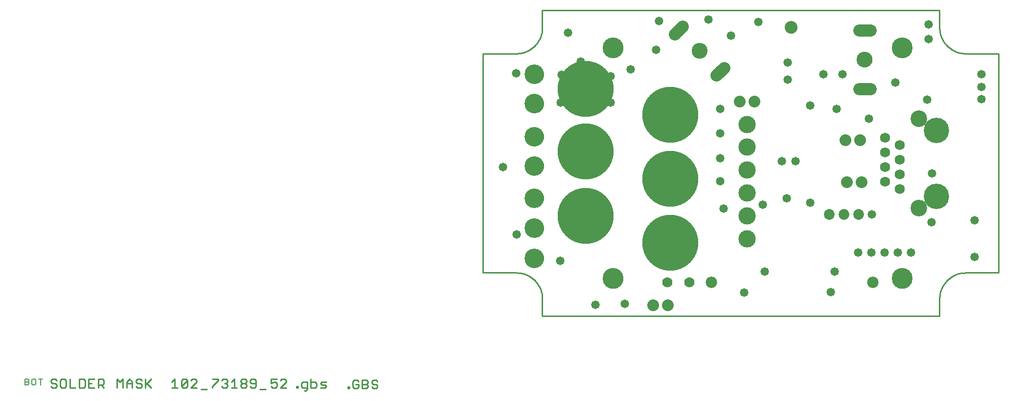
<source format=gbs>
G75*
%MOIN*%
%OFA0B0*%
%FSLAX24Y24*%
%IPPOS*%
%LPD*%
%AMOC8*
5,1,8,0,0,1.08239X$1,22.5*
%
%ADD10C,0.0000*%
%ADD11C,0.1330*%
%ADD12C,0.0110*%
%ADD13C,0.0080*%
%ADD14C,0.0680*%
%ADD15C,0.1730*%
%ADD16C,0.1130*%
%ADD17C,0.1180*%
%ADD18C,0.0100*%
%ADD19C,0.1419*%
%ADD20C,0.3830*%
%ADD21C,0.0800*%
%ADD22C,0.0830*%
%ADD23C,0.1080*%
%ADD24C,0.0780*%
%ADD25C,0.0867*%
%ADD26C,0.0700*%
%ADD27C,0.0730*%
%ADD28C,0.0580*%
D10*
X042875Y023950D02*
X042877Y024000D01*
X042883Y024049D01*
X042893Y024098D01*
X042906Y024145D01*
X042924Y024192D01*
X042945Y024237D01*
X042969Y024280D01*
X042997Y024321D01*
X043028Y024360D01*
X043062Y024396D01*
X043099Y024430D01*
X043139Y024460D01*
X043180Y024487D01*
X043224Y024511D01*
X043269Y024531D01*
X043316Y024547D01*
X043364Y024560D01*
X043413Y024569D01*
X043463Y024574D01*
X043512Y024575D01*
X043562Y024572D01*
X043611Y024565D01*
X043660Y024554D01*
X043707Y024540D01*
X043753Y024521D01*
X043798Y024499D01*
X043841Y024474D01*
X043881Y024445D01*
X043919Y024413D01*
X043955Y024379D01*
X043988Y024341D01*
X044017Y024301D01*
X044043Y024259D01*
X044066Y024215D01*
X044085Y024169D01*
X044101Y024122D01*
X044113Y024073D01*
X044121Y024024D01*
X044125Y023975D01*
X044125Y023925D01*
X044121Y023876D01*
X044113Y023827D01*
X044101Y023778D01*
X044085Y023731D01*
X044066Y023685D01*
X044043Y023641D01*
X044017Y023599D01*
X043988Y023559D01*
X043955Y023521D01*
X043919Y023487D01*
X043881Y023455D01*
X043841Y023426D01*
X043798Y023401D01*
X043753Y023379D01*
X043707Y023360D01*
X043660Y023346D01*
X043611Y023335D01*
X043562Y023328D01*
X043512Y023325D01*
X043463Y023326D01*
X043413Y023331D01*
X043364Y023340D01*
X043316Y023353D01*
X043269Y023369D01*
X043224Y023389D01*
X043180Y023413D01*
X043139Y023440D01*
X043099Y023470D01*
X043062Y023504D01*
X043028Y023540D01*
X042997Y023579D01*
X042969Y023620D01*
X042945Y023663D01*
X042924Y023708D01*
X042906Y023755D01*
X042893Y023802D01*
X042883Y023851D01*
X042877Y023900D01*
X042875Y023950D01*
X042875Y026000D02*
X042877Y026050D01*
X042883Y026099D01*
X042893Y026148D01*
X042906Y026195D01*
X042924Y026242D01*
X042945Y026287D01*
X042969Y026330D01*
X042997Y026371D01*
X043028Y026410D01*
X043062Y026446D01*
X043099Y026480D01*
X043139Y026510D01*
X043180Y026537D01*
X043224Y026561D01*
X043269Y026581D01*
X043316Y026597D01*
X043364Y026610D01*
X043413Y026619D01*
X043463Y026624D01*
X043512Y026625D01*
X043562Y026622D01*
X043611Y026615D01*
X043660Y026604D01*
X043707Y026590D01*
X043753Y026571D01*
X043798Y026549D01*
X043841Y026524D01*
X043881Y026495D01*
X043919Y026463D01*
X043955Y026429D01*
X043988Y026391D01*
X044017Y026351D01*
X044043Y026309D01*
X044066Y026265D01*
X044085Y026219D01*
X044101Y026172D01*
X044113Y026123D01*
X044121Y026074D01*
X044125Y026025D01*
X044125Y025975D01*
X044121Y025926D01*
X044113Y025877D01*
X044101Y025828D01*
X044085Y025781D01*
X044066Y025735D01*
X044043Y025691D01*
X044017Y025649D01*
X043988Y025609D01*
X043955Y025571D01*
X043919Y025537D01*
X043881Y025505D01*
X043841Y025476D01*
X043798Y025451D01*
X043753Y025429D01*
X043707Y025410D01*
X043660Y025396D01*
X043611Y025385D01*
X043562Y025378D01*
X043512Y025375D01*
X043463Y025376D01*
X043413Y025381D01*
X043364Y025390D01*
X043316Y025403D01*
X043269Y025419D01*
X043224Y025439D01*
X043180Y025463D01*
X043139Y025490D01*
X043099Y025520D01*
X043062Y025554D01*
X043028Y025590D01*
X042997Y025629D01*
X042969Y025670D01*
X042945Y025713D01*
X042924Y025758D01*
X042906Y025805D01*
X042893Y025852D01*
X042883Y025901D01*
X042877Y025950D01*
X042875Y026000D01*
X042875Y028050D02*
X042877Y028100D01*
X042883Y028149D01*
X042893Y028198D01*
X042906Y028245D01*
X042924Y028292D01*
X042945Y028337D01*
X042969Y028380D01*
X042997Y028421D01*
X043028Y028460D01*
X043062Y028496D01*
X043099Y028530D01*
X043139Y028560D01*
X043180Y028587D01*
X043224Y028611D01*
X043269Y028631D01*
X043316Y028647D01*
X043364Y028660D01*
X043413Y028669D01*
X043463Y028674D01*
X043512Y028675D01*
X043562Y028672D01*
X043611Y028665D01*
X043660Y028654D01*
X043707Y028640D01*
X043753Y028621D01*
X043798Y028599D01*
X043841Y028574D01*
X043881Y028545D01*
X043919Y028513D01*
X043955Y028479D01*
X043988Y028441D01*
X044017Y028401D01*
X044043Y028359D01*
X044066Y028315D01*
X044085Y028269D01*
X044101Y028222D01*
X044113Y028173D01*
X044121Y028124D01*
X044125Y028075D01*
X044125Y028025D01*
X044121Y027976D01*
X044113Y027927D01*
X044101Y027878D01*
X044085Y027831D01*
X044066Y027785D01*
X044043Y027741D01*
X044017Y027699D01*
X043988Y027659D01*
X043955Y027621D01*
X043919Y027587D01*
X043881Y027555D01*
X043841Y027526D01*
X043798Y027501D01*
X043753Y027479D01*
X043707Y027460D01*
X043660Y027446D01*
X043611Y027435D01*
X043562Y027428D01*
X043512Y027425D01*
X043463Y027426D01*
X043413Y027431D01*
X043364Y027440D01*
X043316Y027453D01*
X043269Y027469D01*
X043224Y027489D01*
X043180Y027513D01*
X043139Y027540D01*
X043099Y027570D01*
X043062Y027604D01*
X043028Y027640D01*
X042997Y027679D01*
X042969Y027720D01*
X042945Y027763D01*
X042924Y027808D01*
X042906Y027855D01*
X042893Y027902D01*
X042883Y027951D01*
X042877Y028000D01*
X042875Y028050D01*
X042875Y030250D02*
X042877Y030300D01*
X042883Y030349D01*
X042893Y030398D01*
X042906Y030445D01*
X042924Y030492D01*
X042945Y030537D01*
X042969Y030580D01*
X042997Y030621D01*
X043028Y030660D01*
X043062Y030696D01*
X043099Y030730D01*
X043139Y030760D01*
X043180Y030787D01*
X043224Y030811D01*
X043269Y030831D01*
X043316Y030847D01*
X043364Y030860D01*
X043413Y030869D01*
X043463Y030874D01*
X043512Y030875D01*
X043562Y030872D01*
X043611Y030865D01*
X043660Y030854D01*
X043707Y030840D01*
X043753Y030821D01*
X043798Y030799D01*
X043841Y030774D01*
X043881Y030745D01*
X043919Y030713D01*
X043955Y030679D01*
X043988Y030641D01*
X044017Y030601D01*
X044043Y030559D01*
X044066Y030515D01*
X044085Y030469D01*
X044101Y030422D01*
X044113Y030373D01*
X044121Y030324D01*
X044125Y030275D01*
X044125Y030225D01*
X044121Y030176D01*
X044113Y030127D01*
X044101Y030078D01*
X044085Y030031D01*
X044066Y029985D01*
X044043Y029941D01*
X044017Y029899D01*
X043988Y029859D01*
X043955Y029821D01*
X043919Y029787D01*
X043881Y029755D01*
X043841Y029726D01*
X043798Y029701D01*
X043753Y029679D01*
X043707Y029660D01*
X043660Y029646D01*
X043611Y029635D01*
X043562Y029628D01*
X043512Y029625D01*
X043463Y029626D01*
X043413Y029631D01*
X043364Y029640D01*
X043316Y029653D01*
X043269Y029669D01*
X043224Y029689D01*
X043180Y029713D01*
X043139Y029740D01*
X043099Y029770D01*
X043062Y029804D01*
X043028Y029840D01*
X042997Y029879D01*
X042969Y029920D01*
X042945Y029963D01*
X042924Y030008D01*
X042906Y030055D01*
X042893Y030102D01*
X042883Y030151D01*
X042877Y030200D01*
X042875Y030250D01*
X042875Y032250D02*
X042877Y032300D01*
X042883Y032349D01*
X042893Y032398D01*
X042906Y032445D01*
X042924Y032492D01*
X042945Y032537D01*
X042969Y032580D01*
X042997Y032621D01*
X043028Y032660D01*
X043062Y032696D01*
X043099Y032730D01*
X043139Y032760D01*
X043180Y032787D01*
X043224Y032811D01*
X043269Y032831D01*
X043316Y032847D01*
X043364Y032860D01*
X043413Y032869D01*
X043463Y032874D01*
X043512Y032875D01*
X043562Y032872D01*
X043611Y032865D01*
X043660Y032854D01*
X043707Y032840D01*
X043753Y032821D01*
X043798Y032799D01*
X043841Y032774D01*
X043881Y032745D01*
X043919Y032713D01*
X043955Y032679D01*
X043988Y032641D01*
X044017Y032601D01*
X044043Y032559D01*
X044066Y032515D01*
X044085Y032469D01*
X044101Y032422D01*
X044113Y032373D01*
X044121Y032324D01*
X044125Y032275D01*
X044125Y032225D01*
X044121Y032176D01*
X044113Y032127D01*
X044101Y032078D01*
X044085Y032031D01*
X044066Y031985D01*
X044043Y031941D01*
X044017Y031899D01*
X043988Y031859D01*
X043955Y031821D01*
X043919Y031787D01*
X043881Y031755D01*
X043841Y031726D01*
X043798Y031701D01*
X043753Y031679D01*
X043707Y031660D01*
X043660Y031646D01*
X043611Y031635D01*
X043562Y031628D01*
X043512Y031625D01*
X043463Y031626D01*
X043413Y031631D01*
X043364Y031640D01*
X043316Y031653D01*
X043269Y031669D01*
X043224Y031689D01*
X043180Y031713D01*
X043139Y031740D01*
X043099Y031770D01*
X043062Y031804D01*
X043028Y031840D01*
X042997Y031879D01*
X042969Y031920D01*
X042945Y031963D01*
X042924Y032008D01*
X042906Y032055D01*
X042893Y032102D01*
X042883Y032151D01*
X042877Y032200D01*
X042875Y032250D01*
X042875Y034500D02*
X042877Y034550D01*
X042883Y034599D01*
X042893Y034648D01*
X042906Y034695D01*
X042924Y034742D01*
X042945Y034787D01*
X042969Y034830D01*
X042997Y034871D01*
X043028Y034910D01*
X043062Y034946D01*
X043099Y034980D01*
X043139Y035010D01*
X043180Y035037D01*
X043224Y035061D01*
X043269Y035081D01*
X043316Y035097D01*
X043364Y035110D01*
X043413Y035119D01*
X043463Y035124D01*
X043512Y035125D01*
X043562Y035122D01*
X043611Y035115D01*
X043660Y035104D01*
X043707Y035090D01*
X043753Y035071D01*
X043798Y035049D01*
X043841Y035024D01*
X043881Y034995D01*
X043919Y034963D01*
X043955Y034929D01*
X043988Y034891D01*
X044017Y034851D01*
X044043Y034809D01*
X044066Y034765D01*
X044085Y034719D01*
X044101Y034672D01*
X044113Y034623D01*
X044121Y034574D01*
X044125Y034525D01*
X044125Y034475D01*
X044121Y034426D01*
X044113Y034377D01*
X044101Y034328D01*
X044085Y034281D01*
X044066Y034235D01*
X044043Y034191D01*
X044017Y034149D01*
X043988Y034109D01*
X043955Y034071D01*
X043919Y034037D01*
X043881Y034005D01*
X043841Y033976D01*
X043798Y033951D01*
X043753Y033929D01*
X043707Y033910D01*
X043660Y033896D01*
X043611Y033885D01*
X043562Y033878D01*
X043512Y033875D01*
X043463Y033876D01*
X043413Y033881D01*
X043364Y033890D01*
X043316Y033903D01*
X043269Y033919D01*
X043224Y033939D01*
X043180Y033963D01*
X043139Y033990D01*
X043099Y034020D01*
X043062Y034054D01*
X043028Y034090D01*
X042997Y034129D01*
X042969Y034170D01*
X042945Y034213D01*
X042924Y034258D01*
X042906Y034305D01*
X042893Y034352D01*
X042883Y034401D01*
X042877Y034450D01*
X042875Y034500D01*
X042875Y036500D02*
X042877Y036550D01*
X042883Y036599D01*
X042893Y036648D01*
X042906Y036695D01*
X042924Y036742D01*
X042945Y036787D01*
X042969Y036830D01*
X042997Y036871D01*
X043028Y036910D01*
X043062Y036946D01*
X043099Y036980D01*
X043139Y037010D01*
X043180Y037037D01*
X043224Y037061D01*
X043269Y037081D01*
X043316Y037097D01*
X043364Y037110D01*
X043413Y037119D01*
X043463Y037124D01*
X043512Y037125D01*
X043562Y037122D01*
X043611Y037115D01*
X043660Y037104D01*
X043707Y037090D01*
X043753Y037071D01*
X043798Y037049D01*
X043841Y037024D01*
X043881Y036995D01*
X043919Y036963D01*
X043955Y036929D01*
X043988Y036891D01*
X044017Y036851D01*
X044043Y036809D01*
X044066Y036765D01*
X044085Y036719D01*
X044101Y036672D01*
X044113Y036623D01*
X044121Y036574D01*
X044125Y036525D01*
X044125Y036475D01*
X044121Y036426D01*
X044113Y036377D01*
X044101Y036328D01*
X044085Y036281D01*
X044066Y036235D01*
X044043Y036191D01*
X044017Y036149D01*
X043988Y036109D01*
X043955Y036071D01*
X043919Y036037D01*
X043881Y036005D01*
X043841Y035976D01*
X043798Y035951D01*
X043753Y035929D01*
X043707Y035910D01*
X043660Y035896D01*
X043611Y035885D01*
X043562Y035878D01*
X043512Y035875D01*
X043463Y035876D01*
X043413Y035881D01*
X043364Y035890D01*
X043316Y035903D01*
X043269Y035919D01*
X043224Y035939D01*
X043180Y035963D01*
X043139Y035990D01*
X043099Y036020D01*
X043062Y036054D01*
X043028Y036090D01*
X042997Y036129D01*
X042969Y036170D01*
X042945Y036213D01*
X042924Y036258D01*
X042906Y036305D01*
X042893Y036352D01*
X042883Y036401D01*
X042877Y036450D01*
X042875Y036500D01*
X048189Y038307D02*
X048191Y038358D01*
X048197Y038409D01*
X048207Y038459D01*
X048220Y038509D01*
X048238Y038557D01*
X048258Y038604D01*
X048283Y038649D01*
X048311Y038692D01*
X048342Y038733D01*
X048376Y038771D01*
X048413Y038806D01*
X048452Y038839D01*
X048494Y038869D01*
X048538Y038895D01*
X048584Y038917D01*
X048632Y038937D01*
X048681Y038952D01*
X048731Y038964D01*
X048781Y038972D01*
X048832Y038976D01*
X048884Y038976D01*
X048935Y038972D01*
X048985Y038964D01*
X049035Y038952D01*
X049084Y038937D01*
X049132Y038917D01*
X049178Y038895D01*
X049222Y038869D01*
X049264Y038839D01*
X049303Y038806D01*
X049340Y038771D01*
X049374Y038733D01*
X049405Y038692D01*
X049433Y038649D01*
X049458Y038604D01*
X049478Y038557D01*
X049496Y038509D01*
X049509Y038459D01*
X049519Y038409D01*
X049525Y038358D01*
X049527Y038307D01*
X049525Y038256D01*
X049519Y038205D01*
X049509Y038155D01*
X049496Y038105D01*
X049478Y038057D01*
X049458Y038010D01*
X049433Y037965D01*
X049405Y037922D01*
X049374Y037881D01*
X049340Y037843D01*
X049303Y037808D01*
X049264Y037775D01*
X049222Y037745D01*
X049178Y037719D01*
X049132Y037697D01*
X049084Y037677D01*
X049035Y037662D01*
X048985Y037650D01*
X048935Y037642D01*
X048884Y037638D01*
X048832Y037638D01*
X048781Y037642D01*
X048731Y037650D01*
X048681Y037662D01*
X048632Y037677D01*
X048584Y037697D01*
X048538Y037719D01*
X048494Y037745D01*
X048452Y037775D01*
X048413Y037808D01*
X048376Y037843D01*
X048342Y037881D01*
X048311Y037922D01*
X048283Y037965D01*
X048258Y038010D01*
X048238Y038057D01*
X048220Y038105D01*
X048207Y038155D01*
X048197Y038205D01*
X048191Y038256D01*
X048189Y038307D01*
X054250Y038100D02*
X054252Y038144D01*
X054258Y038188D01*
X054268Y038231D01*
X054281Y038273D01*
X054298Y038314D01*
X054319Y038353D01*
X054343Y038390D01*
X054370Y038425D01*
X054400Y038457D01*
X054433Y038487D01*
X054469Y038513D01*
X054506Y038537D01*
X054546Y038556D01*
X054587Y038573D01*
X054630Y038585D01*
X054673Y038594D01*
X054717Y038599D01*
X054761Y038600D01*
X054805Y038597D01*
X054849Y038590D01*
X054892Y038579D01*
X054934Y038565D01*
X054974Y038547D01*
X055013Y038525D01*
X055049Y038501D01*
X055083Y038473D01*
X055115Y038442D01*
X055144Y038408D01*
X055170Y038372D01*
X055192Y038334D01*
X055211Y038294D01*
X055226Y038252D01*
X055238Y038210D01*
X055246Y038166D01*
X055250Y038122D01*
X055250Y038078D01*
X055246Y038034D01*
X055238Y037990D01*
X055226Y037948D01*
X055211Y037906D01*
X055192Y037866D01*
X055170Y037828D01*
X055144Y037792D01*
X055115Y037758D01*
X055083Y037727D01*
X055049Y037699D01*
X055013Y037675D01*
X054974Y037653D01*
X054934Y037635D01*
X054892Y037621D01*
X054849Y037610D01*
X054805Y037603D01*
X054761Y037600D01*
X054717Y037601D01*
X054673Y037606D01*
X054630Y037615D01*
X054587Y037627D01*
X054546Y037644D01*
X054506Y037663D01*
X054469Y037687D01*
X054433Y037713D01*
X054400Y037743D01*
X054370Y037775D01*
X054343Y037810D01*
X054319Y037847D01*
X054298Y037886D01*
X054281Y037927D01*
X054268Y037969D01*
X054258Y038012D01*
X054252Y038056D01*
X054250Y038100D01*
X060606Y039700D02*
X060608Y039739D01*
X060614Y039778D01*
X060624Y039816D01*
X060637Y039853D01*
X060654Y039888D01*
X060674Y039922D01*
X060698Y039953D01*
X060725Y039982D01*
X060754Y040008D01*
X060786Y040031D01*
X060820Y040051D01*
X060856Y040067D01*
X060893Y040079D01*
X060932Y040088D01*
X060971Y040093D01*
X061010Y040094D01*
X061049Y040091D01*
X061088Y040084D01*
X061125Y040073D01*
X061162Y040059D01*
X061197Y040041D01*
X061230Y040020D01*
X061261Y039995D01*
X061289Y039968D01*
X061314Y039938D01*
X061336Y039905D01*
X061355Y039871D01*
X061370Y039835D01*
X061382Y039797D01*
X061390Y039759D01*
X061394Y039720D01*
X061394Y039680D01*
X061390Y039641D01*
X061382Y039603D01*
X061370Y039565D01*
X061355Y039529D01*
X061336Y039495D01*
X061314Y039462D01*
X061289Y039432D01*
X061261Y039405D01*
X061230Y039380D01*
X061197Y039359D01*
X061162Y039341D01*
X061125Y039327D01*
X061088Y039316D01*
X061049Y039309D01*
X061010Y039306D01*
X060971Y039307D01*
X060932Y039312D01*
X060893Y039321D01*
X060856Y039333D01*
X060820Y039349D01*
X060786Y039369D01*
X060754Y039392D01*
X060725Y039418D01*
X060698Y039447D01*
X060674Y039478D01*
X060654Y039512D01*
X060637Y039547D01*
X060624Y039584D01*
X060614Y039622D01*
X060608Y039661D01*
X060606Y039700D01*
X065500Y037500D02*
X065502Y037544D01*
X065508Y037588D01*
X065518Y037631D01*
X065531Y037673D01*
X065548Y037714D01*
X065569Y037753D01*
X065593Y037790D01*
X065620Y037825D01*
X065650Y037857D01*
X065683Y037887D01*
X065719Y037913D01*
X065756Y037937D01*
X065796Y037956D01*
X065837Y037973D01*
X065880Y037985D01*
X065923Y037994D01*
X065967Y037999D01*
X066011Y038000D01*
X066055Y037997D01*
X066099Y037990D01*
X066142Y037979D01*
X066184Y037965D01*
X066224Y037947D01*
X066263Y037925D01*
X066299Y037901D01*
X066333Y037873D01*
X066365Y037842D01*
X066394Y037808D01*
X066420Y037772D01*
X066442Y037734D01*
X066461Y037694D01*
X066476Y037652D01*
X066488Y037610D01*
X066496Y037566D01*
X066500Y037522D01*
X066500Y037478D01*
X066496Y037434D01*
X066488Y037390D01*
X066476Y037348D01*
X066461Y037306D01*
X066442Y037266D01*
X066420Y037228D01*
X066394Y037192D01*
X066365Y037158D01*
X066333Y037127D01*
X066299Y037099D01*
X066263Y037075D01*
X066224Y037053D01*
X066184Y037035D01*
X066142Y037021D01*
X066099Y037010D01*
X066055Y037003D01*
X066011Y037000D01*
X065967Y037001D01*
X065923Y037006D01*
X065880Y037015D01*
X065837Y037027D01*
X065796Y037044D01*
X065756Y037063D01*
X065719Y037087D01*
X065683Y037113D01*
X065650Y037143D01*
X065620Y037175D01*
X065593Y037210D01*
X065569Y037247D01*
X065548Y037286D01*
X065531Y037327D01*
X065518Y037369D01*
X065508Y037412D01*
X065502Y037456D01*
X065500Y037500D01*
X067874Y038307D02*
X067876Y038358D01*
X067882Y038409D01*
X067892Y038459D01*
X067905Y038509D01*
X067923Y038557D01*
X067943Y038604D01*
X067968Y038649D01*
X067996Y038692D01*
X068027Y038733D01*
X068061Y038771D01*
X068098Y038806D01*
X068137Y038839D01*
X068179Y038869D01*
X068223Y038895D01*
X068269Y038917D01*
X068317Y038937D01*
X068366Y038952D01*
X068416Y038964D01*
X068466Y038972D01*
X068517Y038976D01*
X068569Y038976D01*
X068620Y038972D01*
X068670Y038964D01*
X068720Y038952D01*
X068769Y038937D01*
X068817Y038917D01*
X068863Y038895D01*
X068907Y038869D01*
X068949Y038839D01*
X068988Y038806D01*
X069025Y038771D01*
X069059Y038733D01*
X069090Y038692D01*
X069118Y038649D01*
X069143Y038604D01*
X069163Y038557D01*
X069181Y038509D01*
X069194Y038459D01*
X069204Y038409D01*
X069210Y038358D01*
X069212Y038307D01*
X069210Y038256D01*
X069204Y038205D01*
X069194Y038155D01*
X069181Y038105D01*
X069163Y038057D01*
X069143Y038010D01*
X069118Y037965D01*
X069090Y037922D01*
X069059Y037881D01*
X069025Y037843D01*
X068988Y037808D01*
X068949Y037775D01*
X068907Y037745D01*
X068863Y037719D01*
X068817Y037697D01*
X068769Y037677D01*
X068720Y037662D01*
X068670Y037650D01*
X068620Y037642D01*
X068569Y037638D01*
X068517Y037638D01*
X068466Y037642D01*
X068416Y037650D01*
X068366Y037662D01*
X068317Y037677D01*
X068269Y037697D01*
X068223Y037719D01*
X068179Y037745D01*
X068137Y037775D01*
X068098Y037808D01*
X068061Y037843D01*
X068027Y037881D01*
X067996Y037922D01*
X067968Y037965D01*
X067943Y038010D01*
X067923Y038057D01*
X067905Y038105D01*
X067892Y038155D01*
X067882Y038205D01*
X067876Y038256D01*
X067874Y038307D01*
X067874Y022559D02*
X067876Y022610D01*
X067882Y022661D01*
X067892Y022711D01*
X067905Y022761D01*
X067923Y022809D01*
X067943Y022856D01*
X067968Y022901D01*
X067996Y022944D01*
X068027Y022985D01*
X068061Y023023D01*
X068098Y023058D01*
X068137Y023091D01*
X068179Y023121D01*
X068223Y023147D01*
X068269Y023169D01*
X068317Y023189D01*
X068366Y023204D01*
X068416Y023216D01*
X068466Y023224D01*
X068517Y023228D01*
X068569Y023228D01*
X068620Y023224D01*
X068670Y023216D01*
X068720Y023204D01*
X068769Y023189D01*
X068817Y023169D01*
X068863Y023147D01*
X068907Y023121D01*
X068949Y023091D01*
X068988Y023058D01*
X069025Y023023D01*
X069059Y022985D01*
X069090Y022944D01*
X069118Y022901D01*
X069143Y022856D01*
X069163Y022809D01*
X069181Y022761D01*
X069194Y022711D01*
X069204Y022661D01*
X069210Y022610D01*
X069212Y022559D01*
X069210Y022508D01*
X069204Y022457D01*
X069194Y022407D01*
X069181Y022357D01*
X069163Y022309D01*
X069143Y022262D01*
X069118Y022217D01*
X069090Y022174D01*
X069059Y022133D01*
X069025Y022095D01*
X068988Y022060D01*
X068949Y022027D01*
X068907Y021997D01*
X068863Y021971D01*
X068817Y021949D01*
X068769Y021929D01*
X068720Y021914D01*
X068670Y021902D01*
X068620Y021894D01*
X068569Y021890D01*
X068517Y021890D01*
X068466Y021894D01*
X068416Y021902D01*
X068366Y021914D01*
X068317Y021929D01*
X068269Y021949D01*
X068223Y021971D01*
X068179Y021997D01*
X068137Y022027D01*
X068098Y022060D01*
X068061Y022095D01*
X068027Y022133D01*
X067996Y022174D01*
X067968Y022217D01*
X067943Y022262D01*
X067923Y022309D01*
X067905Y022357D01*
X067892Y022407D01*
X067882Y022457D01*
X067876Y022508D01*
X067874Y022559D01*
X048189Y022559D02*
X048191Y022610D01*
X048197Y022661D01*
X048207Y022711D01*
X048220Y022761D01*
X048238Y022809D01*
X048258Y022856D01*
X048283Y022901D01*
X048311Y022944D01*
X048342Y022985D01*
X048376Y023023D01*
X048413Y023058D01*
X048452Y023091D01*
X048494Y023121D01*
X048538Y023147D01*
X048584Y023169D01*
X048632Y023189D01*
X048681Y023204D01*
X048731Y023216D01*
X048781Y023224D01*
X048832Y023228D01*
X048884Y023228D01*
X048935Y023224D01*
X048985Y023216D01*
X049035Y023204D01*
X049084Y023189D01*
X049132Y023169D01*
X049178Y023147D01*
X049222Y023121D01*
X049264Y023091D01*
X049303Y023058D01*
X049340Y023023D01*
X049374Y022985D01*
X049405Y022944D01*
X049433Y022901D01*
X049458Y022856D01*
X049478Y022809D01*
X049496Y022761D01*
X049509Y022711D01*
X049519Y022661D01*
X049525Y022610D01*
X049527Y022559D01*
X049525Y022508D01*
X049519Y022457D01*
X049509Y022407D01*
X049496Y022357D01*
X049478Y022309D01*
X049458Y022262D01*
X049433Y022217D01*
X049405Y022174D01*
X049374Y022133D01*
X049340Y022095D01*
X049303Y022060D01*
X049264Y022027D01*
X049222Y021997D01*
X049178Y021971D01*
X049132Y021949D01*
X049084Y021929D01*
X049035Y021914D01*
X048985Y021902D01*
X048935Y021894D01*
X048884Y021890D01*
X048832Y021890D01*
X048781Y021894D01*
X048731Y021902D01*
X048681Y021914D01*
X048632Y021929D01*
X048584Y021949D01*
X048538Y021971D01*
X048494Y021997D01*
X048452Y022027D01*
X048413Y022060D01*
X048376Y022095D01*
X048342Y022133D01*
X048311Y022174D01*
X048283Y022217D01*
X048258Y022262D01*
X048238Y022309D01*
X048220Y022357D01*
X048207Y022407D01*
X048197Y022457D01*
X048191Y022508D01*
X048189Y022559D01*
D11*
X043500Y023950D03*
X043500Y026000D03*
X043500Y028050D03*
X043500Y030250D03*
X043500Y032250D03*
X043500Y034500D03*
X043500Y036500D03*
D12*
X032706Y015646D02*
X032509Y015646D01*
X032410Y015547D01*
X032410Y015449D01*
X032509Y015350D01*
X032706Y015350D01*
X032804Y015252D01*
X032804Y015153D01*
X032706Y015055D01*
X032509Y015055D01*
X032410Y015153D01*
X032160Y015153D02*
X032061Y015055D01*
X031766Y015055D01*
X031766Y015646D01*
X032061Y015646D01*
X032160Y015547D01*
X032160Y015449D01*
X032061Y015350D01*
X031766Y015350D01*
X031515Y015350D02*
X031318Y015350D01*
X031515Y015350D02*
X031515Y015153D01*
X031417Y015055D01*
X031220Y015055D01*
X031121Y015153D01*
X031121Y015547D01*
X031220Y015646D01*
X031417Y015646D01*
X031515Y015547D01*
X032061Y015350D02*
X032160Y015252D01*
X032160Y015153D01*
X032706Y015646D02*
X032804Y015547D01*
X030897Y015153D02*
X030897Y015055D01*
X030799Y015055D01*
X030799Y015153D01*
X030897Y015153D01*
X029310Y015203D02*
X029212Y015302D01*
X029015Y015302D01*
X028916Y015400D01*
X029015Y015499D01*
X029310Y015499D01*
X029310Y015203D02*
X029212Y015105D01*
X028916Y015105D01*
X028665Y015203D02*
X028665Y015400D01*
X028567Y015499D01*
X028272Y015499D01*
X028272Y015696D02*
X028272Y015105D01*
X028567Y015105D01*
X028665Y015203D01*
X028021Y015105D02*
X027726Y015105D01*
X027627Y015203D01*
X027627Y015400D01*
X027726Y015499D01*
X028021Y015499D01*
X028021Y015007D01*
X027923Y014908D01*
X027824Y014908D01*
X027403Y015105D02*
X027305Y015105D01*
X027305Y015203D01*
X027403Y015203D01*
X027403Y015105D01*
X026593Y015105D02*
X026200Y015105D01*
X026593Y015499D01*
X026593Y015597D01*
X026495Y015696D01*
X026298Y015696D01*
X026200Y015597D01*
X025949Y015696D02*
X025555Y015696D01*
X025555Y015400D01*
X025752Y015499D01*
X025850Y015499D01*
X025949Y015400D01*
X025949Y015203D01*
X025850Y015105D01*
X025653Y015105D01*
X025555Y015203D01*
X025199Y015007D02*
X024805Y015007D01*
X024527Y015203D02*
X024527Y015597D01*
X024428Y015696D01*
X024232Y015696D01*
X024133Y015597D01*
X024133Y015499D01*
X024232Y015400D01*
X024527Y015400D01*
X024527Y015203D02*
X024428Y015105D01*
X024232Y015105D01*
X024133Y015203D01*
X023882Y015203D02*
X023784Y015105D01*
X023587Y015105D01*
X023489Y015203D01*
X023489Y015302D01*
X023587Y015400D01*
X023784Y015400D01*
X023882Y015302D01*
X023882Y015203D01*
X023784Y015400D02*
X023882Y015499D01*
X023882Y015597D01*
X023784Y015696D01*
X023587Y015696D01*
X023489Y015597D01*
X023489Y015499D01*
X023587Y015400D01*
X023238Y015105D02*
X022844Y015105D01*
X023041Y015105D02*
X023041Y015696D01*
X022844Y015499D01*
X022593Y015499D02*
X022495Y015400D01*
X022593Y015302D01*
X022593Y015203D01*
X022495Y015105D01*
X022298Y015105D01*
X022200Y015203D01*
X022396Y015400D02*
X022495Y015400D01*
X022593Y015499D02*
X022593Y015597D01*
X022495Y015696D01*
X022298Y015696D01*
X022200Y015597D01*
X021949Y015597D02*
X021555Y015203D01*
X021555Y015105D01*
X021199Y015007D02*
X020805Y015007D01*
X020488Y015105D02*
X020094Y015105D01*
X020488Y015499D01*
X020488Y015597D01*
X020389Y015696D01*
X020193Y015696D01*
X020094Y015597D01*
X019843Y015597D02*
X019745Y015696D01*
X019548Y015696D01*
X019450Y015597D01*
X019450Y015203D01*
X019843Y015597D01*
X019843Y015203D01*
X019745Y015105D01*
X019548Y015105D01*
X019450Y015203D01*
X019199Y015105D02*
X018805Y015105D01*
X019002Y015105D02*
X019002Y015696D01*
X018805Y015499D01*
X017394Y015696D02*
X017000Y015302D01*
X017099Y015400D02*
X017394Y015105D01*
X017000Y015105D02*
X017000Y015696D01*
X016750Y015597D02*
X016651Y015696D01*
X016454Y015696D01*
X016356Y015597D01*
X016356Y015499D01*
X016454Y015400D01*
X016651Y015400D01*
X016750Y015302D01*
X016750Y015203D01*
X016651Y015105D01*
X016454Y015105D01*
X016356Y015203D01*
X016105Y015105D02*
X016105Y015499D01*
X015908Y015696D01*
X015711Y015499D01*
X015711Y015105D01*
X015461Y015105D02*
X015461Y015696D01*
X015264Y015499D01*
X015067Y015696D01*
X015067Y015105D01*
X015711Y015400D02*
X016105Y015400D01*
X014171Y015400D02*
X014073Y015302D01*
X013778Y015302D01*
X013975Y015302D02*
X014171Y015105D01*
X014171Y015400D02*
X014171Y015597D01*
X014073Y015696D01*
X013778Y015696D01*
X013778Y015105D01*
X013527Y015105D02*
X013133Y015105D01*
X013133Y015696D01*
X013527Y015696D01*
X013330Y015400D02*
X013133Y015400D01*
X012882Y015203D02*
X012882Y015597D01*
X012784Y015696D01*
X012489Y015696D01*
X012489Y015105D01*
X012784Y015105D01*
X012882Y015203D01*
X012238Y015105D02*
X011844Y015105D01*
X011844Y015696D01*
X011593Y015597D02*
X011495Y015696D01*
X011298Y015696D01*
X011200Y015597D01*
X011200Y015203D01*
X011298Y015105D01*
X011495Y015105D01*
X011593Y015203D01*
X011593Y015597D01*
X010949Y015597D02*
X010850Y015696D01*
X010653Y015696D01*
X010555Y015597D01*
X010555Y015499D01*
X010653Y015400D01*
X010850Y015400D01*
X010949Y015302D01*
X010949Y015203D01*
X010850Y015105D01*
X010653Y015105D01*
X010555Y015203D01*
X021555Y015696D02*
X021949Y015696D01*
X021949Y015597D01*
D13*
X009000Y015290D02*
X008790Y015290D01*
X008790Y015710D01*
X009000Y015710D01*
X009070Y015640D01*
X009070Y015570D01*
X009000Y015500D01*
X008790Y015500D01*
X009000Y015500D02*
X009070Y015430D01*
X009070Y015360D01*
X009000Y015290D01*
X009250Y015360D02*
X009250Y015640D01*
X009320Y015710D01*
X009461Y015710D01*
X009531Y015640D01*
X009531Y015360D01*
X009461Y015290D01*
X009320Y015290D01*
X009250Y015360D01*
X009711Y015710D02*
X009991Y015710D01*
X009851Y015710D02*
X009851Y015290D01*
D14*
X067400Y029183D03*
X068400Y028683D03*
X068400Y029683D03*
X067400Y030183D03*
X067400Y031183D03*
X068400Y030683D03*
X068400Y031683D03*
X067400Y032183D03*
D15*
X070900Y032683D03*
X070900Y028183D03*
D16*
X069700Y027383D03*
X069700Y033483D03*
D17*
X058000Y033083D03*
X058000Y031523D03*
X058000Y029963D03*
X058000Y028403D03*
X058000Y026843D03*
X058000Y025283D03*
D18*
X071102Y021181D02*
X071102Y020000D01*
X044035Y020000D01*
X044035Y021181D01*
X044036Y021181D02*
X044034Y021263D01*
X044028Y021344D01*
X044019Y021426D01*
X044006Y021507D01*
X043989Y021587D01*
X043968Y021666D01*
X043944Y021744D01*
X043916Y021821D01*
X043885Y021897D01*
X043850Y021971D01*
X043812Y022043D01*
X043771Y022114D01*
X043726Y022182D01*
X043678Y022249D01*
X043627Y022313D01*
X043574Y022375D01*
X043517Y022434D01*
X043458Y022491D01*
X043396Y022544D01*
X043332Y022595D01*
X043265Y022643D01*
X043197Y022688D01*
X043126Y022729D01*
X043054Y022767D01*
X042980Y022802D01*
X042904Y022833D01*
X042827Y022861D01*
X042749Y022885D01*
X042670Y022906D01*
X042590Y022923D01*
X042509Y022936D01*
X042427Y022945D01*
X042346Y022951D01*
X042264Y022953D01*
X040000Y022953D01*
X040000Y037913D01*
X042264Y037913D01*
X042346Y037915D01*
X042427Y037921D01*
X042509Y037930D01*
X042590Y037943D01*
X042670Y037960D01*
X042749Y037981D01*
X042827Y038005D01*
X042904Y038033D01*
X042980Y038064D01*
X043054Y038099D01*
X043126Y038137D01*
X043197Y038178D01*
X043265Y038223D01*
X043332Y038271D01*
X043396Y038322D01*
X043458Y038375D01*
X043517Y038432D01*
X043574Y038491D01*
X043627Y038553D01*
X043678Y038617D01*
X043726Y038684D01*
X043771Y038752D01*
X043812Y038823D01*
X043850Y038895D01*
X043885Y038969D01*
X043916Y039045D01*
X043944Y039122D01*
X043968Y039200D01*
X043989Y039279D01*
X044006Y039359D01*
X044019Y039440D01*
X044028Y039522D01*
X044034Y039603D01*
X044036Y039685D01*
X044035Y039685D02*
X044035Y040866D01*
X071102Y040866D01*
X071102Y039685D01*
X071104Y039603D01*
X071110Y039522D01*
X071119Y039440D01*
X071132Y039359D01*
X071149Y039279D01*
X071170Y039200D01*
X071194Y039122D01*
X071222Y039045D01*
X071253Y038969D01*
X071288Y038895D01*
X071326Y038823D01*
X071367Y038752D01*
X071412Y038684D01*
X071460Y038617D01*
X071511Y038553D01*
X071564Y038491D01*
X071621Y038432D01*
X071680Y038375D01*
X071742Y038322D01*
X071806Y038271D01*
X071873Y038223D01*
X071941Y038178D01*
X072012Y038137D01*
X072084Y038099D01*
X072158Y038064D01*
X072234Y038033D01*
X072311Y038005D01*
X072389Y037981D01*
X072468Y037960D01*
X072548Y037943D01*
X072629Y037930D01*
X072711Y037921D01*
X072792Y037915D01*
X072874Y037913D01*
X075138Y037913D01*
X075138Y022953D01*
X072874Y022953D01*
X072792Y022951D01*
X072711Y022945D01*
X072629Y022936D01*
X072548Y022923D01*
X072468Y022906D01*
X072389Y022885D01*
X072311Y022861D01*
X072234Y022833D01*
X072158Y022802D01*
X072084Y022767D01*
X072012Y022729D01*
X071941Y022688D01*
X071873Y022643D01*
X071806Y022595D01*
X071742Y022544D01*
X071680Y022491D01*
X071621Y022434D01*
X071564Y022375D01*
X071511Y022313D01*
X071460Y022249D01*
X071412Y022182D01*
X071367Y022114D01*
X071326Y022043D01*
X071288Y021971D01*
X071253Y021897D01*
X071222Y021821D01*
X071194Y021744D01*
X071170Y021666D01*
X071149Y021587D01*
X071132Y021507D01*
X071119Y021426D01*
X071110Y021344D01*
X071104Y021263D01*
X071102Y021181D01*
D19*
X068543Y022559D03*
X048858Y022559D03*
X048858Y038307D03*
X068543Y038307D03*
D20*
X052750Y033750D03*
X052750Y029375D03*
X052750Y025000D03*
X047000Y026850D03*
X047000Y031250D03*
X047000Y035500D03*
D21*
X057500Y034650D03*
X058500Y034650D03*
X064700Y032000D03*
X065700Y032000D03*
X065800Y029150D03*
X064800Y029150D03*
X052600Y020750D03*
X051600Y020750D03*
D22*
X065625Y035500D02*
X066375Y035500D01*
X066375Y039500D02*
X065625Y039500D01*
X056429Y036951D02*
X055899Y036421D01*
X053071Y039249D02*
X053601Y039779D01*
D23*
X054750Y038100D03*
X066000Y037500D03*
D24*
X066560Y022300D03*
X055540Y022300D03*
D25*
X061000Y039700D03*
D26*
X054050Y022300D03*
X052550Y022300D03*
D27*
X063600Y026950D03*
X064600Y026950D03*
X065600Y026950D03*
D28*
X066500Y026950D03*
X066450Y024350D03*
X065550Y024350D03*
X067350Y024350D03*
X068250Y024350D03*
X069150Y024350D03*
X070550Y026400D03*
X073500Y026550D03*
X073500Y024050D03*
X070600Y029733D03*
X066300Y033483D03*
X064100Y034133D03*
X062300Y034383D03*
X060743Y036150D03*
X060743Y037300D03*
X063200Y036500D03*
X064500Y036500D03*
X068100Y035950D03*
X070250Y034783D03*
X073950Y034800D03*
X073950Y035650D03*
X073950Y036500D03*
X070343Y038900D03*
X070343Y039900D03*
X058750Y040083D03*
X056900Y039133D03*
X055350Y040233D03*
X052000Y040133D03*
X051800Y038183D03*
X050050Y036833D03*
X048700Y036383D03*
X048700Y034583D03*
X045300Y034583D03*
X045350Y036483D03*
X046650Y037383D03*
X045800Y039333D03*
X042250Y036583D03*
X041350Y030183D03*
X042300Y025583D03*
X045250Y023783D03*
X047670Y020783D03*
X049650Y020833D03*
X057800Y021600D03*
X059200Y023050D03*
X063700Y021650D03*
X063950Y023050D03*
X062300Y027750D03*
X060700Y028050D03*
X059050Y027600D03*
X056400Y027323D03*
X056150Y029200D03*
X056150Y030783D03*
X056150Y032453D03*
X056150Y034123D03*
X060350Y030583D03*
X061300Y030583D03*
M02*

</source>
